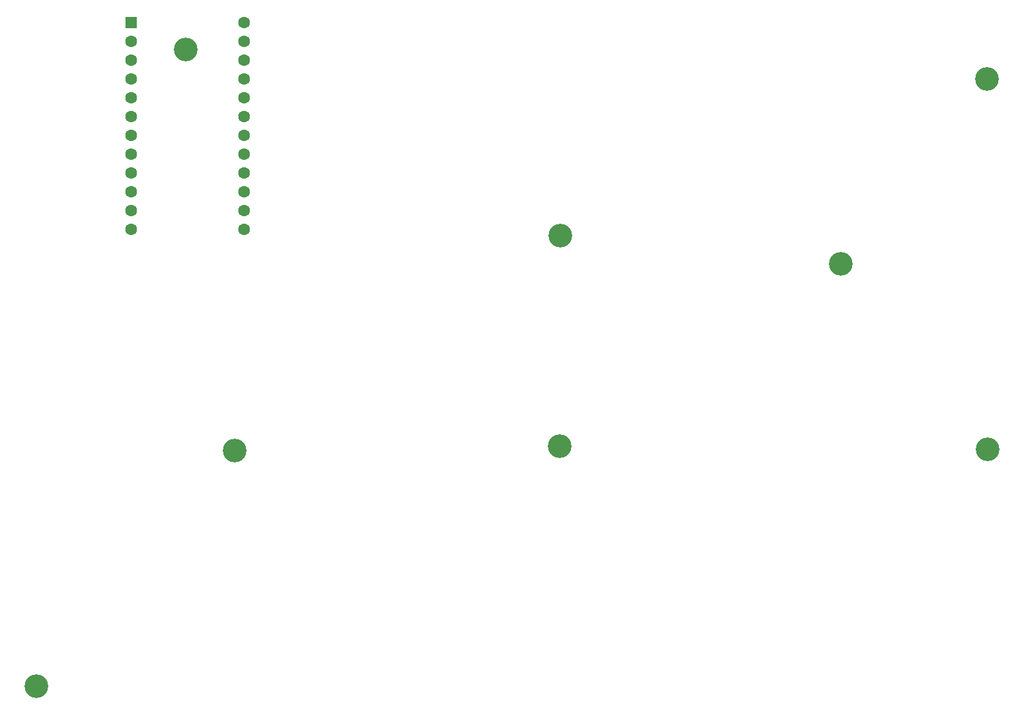
<source format=gbr>
%TF.GenerationSoftware,KiCad,Pcbnew,(5.1.7)-1*%
%TF.CreationDate,2021-04-13T17:15:28+05:30*%
%TF.ProjectId,Pteron56v0,50746572-6f6e-4353-9676-302e6b696361,rev?*%
%TF.SameCoordinates,Original*%
%TF.FileFunction,Soldermask,Top*%
%TF.FilePolarity,Negative*%
%FSLAX46Y46*%
G04 Gerber Fmt 4.6, Leading zero omitted, Abs format (unit mm)*
G04 Created by KiCad (PCBNEW (5.1.7)-1) date 2021-04-13 17:15:28*
%MOMM*%
%LPD*%
G01*
G04 APERTURE LIST*
%ADD10C,1.600000*%
%ADD11R,1.600000X1.600000*%
%ADD12C,3.200000*%
G04 APERTURE END LIST*
D10*
%TO.C,U1*%
X107264200Y-45224700D03*
X107264200Y-47764700D03*
X107264200Y-50304700D03*
X107264200Y-52844700D03*
X107264200Y-55384700D03*
X107264200Y-57924700D03*
X107264200Y-60464700D03*
X107264200Y-63004700D03*
X107264200Y-65544700D03*
X107264200Y-68084700D03*
X107264200Y-70624700D03*
X107264200Y-73164700D03*
X92024200Y-73164700D03*
X92024200Y-70624700D03*
X92024200Y-68084700D03*
X92024200Y-65544700D03*
X92024200Y-63004700D03*
X92024200Y-60464700D03*
X92024200Y-57924700D03*
X92024200Y-55384700D03*
X92024200Y-52844700D03*
X92024200Y-50304700D03*
X92024200Y-47764700D03*
D11*
X92024200Y-45224700D03*
%TD*%
D12*
%TO.C,H8*%
X207518000Y-52832000D03*
%TD*%
%TO.C,H7*%
X106006900Y-103009700D03*
%TD*%
%TO.C,H6*%
X79248000Y-134874000D03*
%TD*%
%TO.C,H5*%
X149860000Y-102489000D03*
%TD*%
%TO.C,H4*%
X99441000Y-48895000D03*
%TD*%
%TO.C,H3*%
X149987000Y-73964800D03*
%TD*%
%TO.C,H2*%
X207645000Y-102870000D03*
%TD*%
%TO.C,H1*%
X187845700Y-77812900D03*
%TD*%
M02*

</source>
